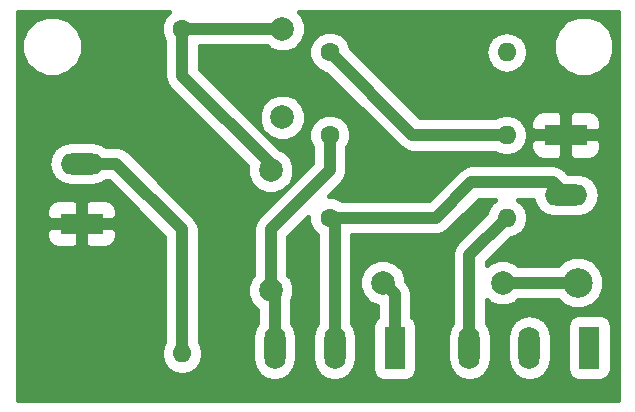
<source format=gbr>
G04 #@! TF.FileFunction,Copper,L2,Bot,Signal*
%FSLAX46Y46*%
G04 Gerber Fmt 4.6, Leading zero omitted, Abs format (unit mm)*
G04 Created by KiCad (PCBNEW 4.0.6) date Friday, 28 July 2017 'PMt' 19:56:44*
%MOMM*%
%LPD*%
G01*
G04 APERTURE LIST*
%ADD10C,0.100000*%
%ADD11C,1.998980*%
%ADD12R,3.600000X1.800000*%
%ADD13O,3.600000X1.800000*%
%ADD14R,1.800000X3.600000*%
%ADD15O,1.800000X3.600000*%
%ADD16C,2.499360*%
%ADD17C,2.000000*%
%ADD18C,1.600000*%
%ADD19O,1.600000X1.600000*%
%ADD20C,1.000000*%
%ADD21C,0.400000*%
G04 APERTURE END LIST*
D10*
D11*
X182500000Y-111500000D03*
X182500000Y-121660000D03*
D12*
X166500000Y-116000000D03*
D13*
X166500000Y-110920000D03*
D12*
X207500000Y-108500000D03*
D13*
X207500000Y-113580000D03*
D11*
X192000000Y-121000000D03*
X202160000Y-121000000D03*
D14*
X193000000Y-126500000D03*
D15*
X187920000Y-126500000D03*
X182840000Y-126500000D03*
D14*
X209500000Y-126500000D03*
D15*
X204420000Y-126500000D03*
X199340000Y-126500000D03*
D16*
X208500000Y-121000000D03*
D17*
X183500000Y-99500000D03*
X183500000Y-107000000D03*
D18*
X175000000Y-99500000D03*
D19*
X175000000Y-127000000D03*
D18*
X187500000Y-108500000D03*
D19*
X202500000Y-108500000D03*
D18*
X187500000Y-101500000D03*
D19*
X202500000Y-101500000D03*
D18*
X187500000Y-115500000D03*
D19*
X202500000Y-115500000D03*
D20*
X175000000Y-99500000D02*
X183500000Y-99500000D01*
X182500000Y-111500000D02*
X182500000Y-111000000D01*
X182500000Y-111000000D02*
X175000000Y-103500000D01*
X175000000Y-103500000D02*
X175000000Y-99500000D01*
X193000000Y-126500000D02*
X193000000Y-122000000D01*
X193000000Y-122000000D02*
X192000000Y-121000000D01*
X182840000Y-126500000D02*
X182840000Y-122000000D01*
X182840000Y-122000000D02*
X182500000Y-121660000D01*
X182500000Y-121660000D02*
X182500000Y-116500000D01*
X187500000Y-111500000D02*
X187500000Y-108500000D01*
X182500000Y-116500000D02*
X187500000Y-111500000D01*
X202500000Y-108500000D02*
X194500000Y-108500000D01*
X194500000Y-108500000D02*
X187500000Y-101500000D01*
X202160000Y-121000000D02*
X208500000Y-121000000D01*
X187920000Y-126500000D02*
X187920000Y-115920000D01*
X187920000Y-115920000D02*
X187500000Y-115500000D01*
X187500000Y-115500000D02*
X196500000Y-115500000D01*
X206420000Y-112500000D02*
X207500000Y-113580000D01*
X199500000Y-112500000D02*
X206420000Y-112500000D01*
X196500000Y-115500000D02*
X199500000Y-112500000D01*
X187420000Y-115580000D02*
X187500000Y-115500000D01*
X199340000Y-126500000D02*
X199340000Y-118660000D01*
X199340000Y-118660000D02*
X202500000Y-115500000D01*
X175000000Y-127000000D02*
X175000000Y-116500000D01*
X169420000Y-110920000D02*
X166500000Y-110920000D01*
X175000000Y-116500000D02*
X169420000Y-110920000D01*
D21*
G36*
X173474924Y-98479051D02*
X173200313Y-99140387D01*
X173199688Y-99856471D01*
X173473145Y-100518286D01*
X173500000Y-100545188D01*
X173500000Y-103500000D01*
X173614181Y-104074025D01*
X173939340Y-104560660D01*
X180500839Y-111122159D01*
X180500164Y-111895978D01*
X180803927Y-112631140D01*
X181365901Y-113194096D01*
X182100532Y-113499142D01*
X182895978Y-113499836D01*
X183631140Y-113196073D01*
X184194096Y-112634099D01*
X184499142Y-111899468D01*
X184499836Y-111104022D01*
X184196073Y-110368860D01*
X183634099Y-109805904D01*
X183280323Y-109659003D01*
X181017399Y-107396079D01*
X181499654Y-107396079D01*
X181803494Y-108131429D01*
X182365612Y-108694529D01*
X183100430Y-108999652D01*
X183896079Y-109000346D01*
X184631429Y-108696506D01*
X185194529Y-108134388D01*
X185499652Y-107399570D01*
X185500346Y-106603921D01*
X185196506Y-105868571D01*
X184634388Y-105305471D01*
X183899570Y-105000348D01*
X183103921Y-104999654D01*
X182368571Y-105303494D01*
X181805471Y-105865612D01*
X181500348Y-106600430D01*
X181499654Y-107396079D01*
X181017399Y-107396079D01*
X176500000Y-102878680D01*
X176500000Y-101856471D01*
X185699688Y-101856471D01*
X185973145Y-102518286D01*
X186479051Y-103025076D01*
X187140387Y-103299687D01*
X187178400Y-103299720D01*
X193439340Y-109560660D01*
X193925975Y-109885819D01*
X194500000Y-110000000D01*
X201531985Y-110000000D01*
X201775906Y-110162983D01*
X202464736Y-110300000D01*
X202535264Y-110300000D01*
X203224094Y-110162983D01*
X203808056Y-109772792D01*
X204198247Y-109188830D01*
X204215916Y-109100000D01*
X204500000Y-109100000D01*
X204500000Y-109638695D01*
X204682689Y-110079746D01*
X205020255Y-110417311D01*
X205461305Y-110600000D01*
X206900000Y-110600000D01*
X207200000Y-110300000D01*
X207200000Y-108800000D01*
X207800000Y-108800000D01*
X207800000Y-110300000D01*
X208100000Y-110600000D01*
X209538695Y-110600000D01*
X209979745Y-110417311D01*
X210317311Y-110079746D01*
X210500000Y-109638695D01*
X210500000Y-109100000D01*
X210200000Y-108800000D01*
X207800000Y-108800000D01*
X207200000Y-108800000D01*
X204800000Y-108800000D01*
X204500000Y-109100000D01*
X204215916Y-109100000D01*
X204335264Y-108500000D01*
X204198247Y-107811170D01*
X203897657Y-107361305D01*
X204500000Y-107361305D01*
X204500000Y-107900000D01*
X204800000Y-108200000D01*
X207200000Y-108200000D01*
X207200000Y-106700000D01*
X207800000Y-106700000D01*
X207800000Y-108200000D01*
X210200000Y-108200000D01*
X210500000Y-107900000D01*
X210500000Y-107361305D01*
X210317311Y-106920254D01*
X209979745Y-106582689D01*
X209538695Y-106400000D01*
X208100000Y-106400000D01*
X207800000Y-106700000D01*
X207200000Y-106700000D01*
X206900000Y-106400000D01*
X205461305Y-106400000D01*
X205020255Y-106582689D01*
X204682689Y-106920254D01*
X204500000Y-107361305D01*
X203897657Y-107361305D01*
X203808056Y-107227208D01*
X203224094Y-106837017D01*
X202535264Y-106700000D01*
X202464736Y-106700000D01*
X201775906Y-106837017D01*
X201531985Y-107000000D01*
X195121320Y-107000000D01*
X189621320Y-101500000D01*
X200664736Y-101500000D01*
X200801753Y-102188830D01*
X201191944Y-102772792D01*
X201775906Y-103162983D01*
X202464736Y-103300000D01*
X202535264Y-103300000D01*
X203224094Y-103162983D01*
X203808056Y-102772792D01*
X204198247Y-102188830D01*
X204332299Y-101514903D01*
X206399550Y-101514903D01*
X206794542Y-102470858D01*
X207525295Y-103202887D01*
X208480559Y-103599548D01*
X209514903Y-103600450D01*
X210470858Y-103205458D01*
X211202887Y-102474705D01*
X211599548Y-101519441D01*
X211600450Y-100485097D01*
X211205458Y-99529142D01*
X210474705Y-98797113D01*
X209519441Y-98400452D01*
X208485097Y-98399550D01*
X207529142Y-98794542D01*
X206797113Y-99525295D01*
X206400452Y-100480559D01*
X206399550Y-101514903D01*
X204332299Y-101514903D01*
X204335264Y-101500000D01*
X204198247Y-100811170D01*
X203808056Y-100227208D01*
X203224094Y-99837017D01*
X202535264Y-99700000D01*
X202464736Y-99700000D01*
X201775906Y-99837017D01*
X201191944Y-100227208D01*
X200801753Y-100811170D01*
X200664736Y-101500000D01*
X189621320Y-101500000D01*
X189300281Y-101178961D01*
X189300312Y-101143529D01*
X189026855Y-100481714D01*
X188520949Y-99974924D01*
X187859613Y-99700313D01*
X187143529Y-99699688D01*
X186481714Y-99973145D01*
X185974924Y-100479051D01*
X185700313Y-101140387D01*
X185699688Y-101856471D01*
X176500000Y-101856471D01*
X176500000Y-101000000D01*
X182171422Y-101000000D01*
X182365612Y-101194529D01*
X183100430Y-101499652D01*
X183896079Y-101500346D01*
X184631429Y-101196506D01*
X185194529Y-100634388D01*
X185499652Y-99899570D01*
X185500346Y-99103921D01*
X185196506Y-98368571D01*
X184903447Y-98075000D01*
X211925000Y-98075000D01*
X211925000Y-130925000D01*
X161075000Y-130925000D01*
X161075000Y-116600000D01*
X163500000Y-116600000D01*
X163500000Y-117138695D01*
X163682689Y-117579746D01*
X164020255Y-117917311D01*
X164461305Y-118100000D01*
X165900000Y-118100000D01*
X166200000Y-117800000D01*
X166200000Y-116300000D01*
X166800000Y-116300000D01*
X166800000Y-117800000D01*
X167100000Y-118100000D01*
X168538695Y-118100000D01*
X168979745Y-117917311D01*
X169317311Y-117579746D01*
X169500000Y-117138695D01*
X169500000Y-116600000D01*
X169200000Y-116300000D01*
X166800000Y-116300000D01*
X166200000Y-116300000D01*
X163800000Y-116300000D01*
X163500000Y-116600000D01*
X161075000Y-116600000D01*
X161075000Y-114861305D01*
X163500000Y-114861305D01*
X163500000Y-115400000D01*
X163800000Y-115700000D01*
X166200000Y-115700000D01*
X166200000Y-114200000D01*
X166800000Y-114200000D01*
X166800000Y-115700000D01*
X169200000Y-115700000D01*
X169500000Y-115400000D01*
X169500000Y-114861305D01*
X169317311Y-114420254D01*
X168979745Y-114082689D01*
X168538695Y-113900000D01*
X167100000Y-113900000D01*
X166800000Y-114200000D01*
X166200000Y-114200000D01*
X165900000Y-113900000D01*
X164461305Y-113900000D01*
X164020255Y-114082689D01*
X163682689Y-114420254D01*
X163500000Y-114861305D01*
X161075000Y-114861305D01*
X161075000Y-110920000D01*
X163645145Y-110920000D01*
X163789774Y-111647099D01*
X164201642Y-112263503D01*
X164818046Y-112675371D01*
X165545145Y-112820000D01*
X167454855Y-112820000D01*
X168181954Y-112675371D01*
X168564144Y-112420000D01*
X168798680Y-112420000D01*
X173500000Y-117121320D01*
X173500000Y-126031985D01*
X173337017Y-126275906D01*
X173200000Y-126964736D01*
X173200000Y-127035264D01*
X173337017Y-127724094D01*
X173727208Y-128308056D01*
X174311170Y-128698247D01*
X175000000Y-128835264D01*
X175688830Y-128698247D01*
X176272792Y-128308056D01*
X176662983Y-127724094D01*
X176800000Y-127035264D01*
X176800000Y-126964736D01*
X176662983Y-126275906D01*
X176500000Y-126031985D01*
X176500000Y-122055978D01*
X180500164Y-122055978D01*
X180803927Y-122791140D01*
X181340000Y-123328150D01*
X181340000Y-124435856D01*
X181084629Y-124818046D01*
X180940000Y-125545145D01*
X180940000Y-127454855D01*
X181084629Y-128181954D01*
X181496497Y-128798358D01*
X182112901Y-129210226D01*
X182840000Y-129354855D01*
X183567099Y-129210226D01*
X184183503Y-128798358D01*
X184595371Y-128181954D01*
X184740000Y-127454855D01*
X184740000Y-125545145D01*
X184595371Y-124818046D01*
X184340000Y-124435856D01*
X184340000Y-122442724D01*
X184499142Y-122059468D01*
X184499836Y-121264022D01*
X184196073Y-120528860D01*
X184000000Y-120332444D01*
X184000000Y-117121320D01*
X185700068Y-115421252D01*
X185699688Y-115856471D01*
X185973145Y-116518286D01*
X186420000Y-116965922D01*
X186420000Y-124435856D01*
X186164629Y-124818046D01*
X186020000Y-125545145D01*
X186020000Y-127454855D01*
X186164629Y-128181954D01*
X186576497Y-128798358D01*
X187192901Y-129210226D01*
X187920000Y-129354855D01*
X188647099Y-129210226D01*
X189263503Y-128798358D01*
X189675371Y-128181954D01*
X189820000Y-127454855D01*
X189820000Y-125545145D01*
X189675371Y-124818046D01*
X189420000Y-124435856D01*
X189420000Y-121395978D01*
X190000164Y-121395978D01*
X190303927Y-122131140D01*
X190865901Y-122694096D01*
X191500000Y-122957397D01*
X191500000Y-123897767D01*
X191389069Y-123969149D01*
X191160738Y-124303322D01*
X191080409Y-124700000D01*
X191080409Y-128300000D01*
X191150138Y-128670578D01*
X191369149Y-129010931D01*
X191703322Y-129239262D01*
X192100000Y-129319591D01*
X193900000Y-129319591D01*
X194270578Y-129249862D01*
X194610931Y-129030851D01*
X194839262Y-128696678D01*
X194919591Y-128300000D01*
X194919591Y-124700000D01*
X194849862Y-124329422D01*
X194630851Y-123989069D01*
X194500000Y-123899662D01*
X194500000Y-122000000D01*
X194385819Y-121425975D01*
X194060660Y-120939340D01*
X193999597Y-120878277D01*
X193999836Y-120604022D01*
X193696073Y-119868860D01*
X193134099Y-119305904D01*
X192399468Y-119000858D01*
X191604022Y-119000164D01*
X190868860Y-119303927D01*
X190305904Y-119865901D01*
X190000858Y-120600532D01*
X190000164Y-121395978D01*
X189420000Y-121395978D01*
X189420000Y-117000000D01*
X196500000Y-117000000D01*
X197074025Y-116885819D01*
X197560660Y-116560660D01*
X200121320Y-114000000D01*
X201531985Y-114000000D01*
X201191944Y-114227208D01*
X200801753Y-114811170D01*
X200735765Y-115142915D01*
X198279340Y-117599340D01*
X197954181Y-118085975D01*
X197840000Y-118660000D01*
X197840000Y-124435856D01*
X197584629Y-124818046D01*
X197440000Y-125545145D01*
X197440000Y-127454855D01*
X197584629Y-128181954D01*
X197996497Y-128798358D01*
X198612901Y-129210226D01*
X199340000Y-129354855D01*
X200067099Y-129210226D01*
X200683503Y-128798358D01*
X201095371Y-128181954D01*
X201240000Y-127454855D01*
X201240000Y-125545145D01*
X202520000Y-125545145D01*
X202520000Y-127454855D01*
X202664629Y-128181954D01*
X203076497Y-128798358D01*
X203692901Y-129210226D01*
X204420000Y-129354855D01*
X205147099Y-129210226D01*
X205763503Y-128798358D01*
X206175371Y-128181954D01*
X206320000Y-127454855D01*
X206320000Y-125545145D01*
X206175371Y-124818046D01*
X206096496Y-124700000D01*
X207580409Y-124700000D01*
X207580409Y-128300000D01*
X207650138Y-128670578D01*
X207869149Y-129010931D01*
X208203322Y-129239262D01*
X208600000Y-129319591D01*
X210400000Y-129319591D01*
X210770578Y-129249862D01*
X211110931Y-129030851D01*
X211339262Y-128696678D01*
X211419591Y-128300000D01*
X211419591Y-124700000D01*
X211349862Y-124329422D01*
X211130851Y-123989069D01*
X210796678Y-123760738D01*
X210400000Y-123680409D01*
X208600000Y-123680409D01*
X208229422Y-123750138D01*
X207889069Y-123969149D01*
X207660738Y-124303322D01*
X207580409Y-124700000D01*
X206096496Y-124700000D01*
X205763503Y-124201642D01*
X205147099Y-123789774D01*
X204420000Y-123645145D01*
X203692901Y-123789774D01*
X203076497Y-124201642D01*
X202664629Y-124818046D01*
X202520000Y-125545145D01*
X201240000Y-125545145D01*
X201095371Y-124818046D01*
X200840000Y-124435856D01*
X200840000Y-122507870D01*
X201025901Y-122694096D01*
X201760532Y-122999142D01*
X202555978Y-122999836D01*
X203291140Y-122696073D01*
X203487556Y-122500000D01*
X206818629Y-122500000D01*
X207223995Y-122906074D01*
X208050548Y-123249289D01*
X208945526Y-123250070D01*
X209772677Y-122908298D01*
X210406074Y-122276005D01*
X210749289Y-121449452D01*
X210750070Y-120554474D01*
X210408298Y-119727323D01*
X209776005Y-119093926D01*
X208949452Y-118750711D01*
X208054474Y-118749930D01*
X207227323Y-119091702D01*
X206818312Y-119500000D01*
X203487856Y-119500000D01*
X203294099Y-119305904D01*
X202559468Y-119000858D01*
X201764022Y-119000164D01*
X201028860Y-119303927D01*
X200840000Y-119492458D01*
X200840000Y-119281320D01*
X202892349Y-117228971D01*
X203224094Y-117162983D01*
X203808056Y-116772792D01*
X204198247Y-116188830D01*
X204335264Y-115500000D01*
X204198247Y-114811170D01*
X203808056Y-114227208D01*
X203468015Y-114000000D01*
X204728688Y-114000000D01*
X204789774Y-114307099D01*
X205201642Y-114923503D01*
X205818046Y-115335371D01*
X206545145Y-115480000D01*
X208454855Y-115480000D01*
X209181954Y-115335371D01*
X209798358Y-114923503D01*
X210210226Y-114307099D01*
X210354855Y-113580000D01*
X210210226Y-112852901D01*
X209798358Y-112236497D01*
X209181954Y-111824629D01*
X208454855Y-111680000D01*
X207721320Y-111680000D01*
X207480660Y-111439340D01*
X206994025Y-111114181D01*
X206420000Y-111000000D01*
X199500000Y-111000000D01*
X198925975Y-111114181D01*
X198439340Y-111439340D01*
X195878680Y-114000000D01*
X188545981Y-114000000D01*
X188520949Y-113974924D01*
X187859613Y-113700313D01*
X187421389Y-113699931D01*
X188560660Y-112560660D01*
X188885819Y-112074025D01*
X189000000Y-111500000D01*
X189000000Y-109545981D01*
X189025076Y-109520949D01*
X189299687Y-108859613D01*
X189300312Y-108143529D01*
X189026855Y-107481714D01*
X188520949Y-106974924D01*
X187859613Y-106700313D01*
X187143529Y-106699688D01*
X186481714Y-106973145D01*
X185974924Y-107479051D01*
X185700313Y-108140387D01*
X185699688Y-108856471D01*
X185973145Y-109518286D01*
X186000000Y-109545188D01*
X186000000Y-110878680D01*
X181439340Y-115439340D01*
X181114181Y-115925975D01*
X181000000Y-116500000D01*
X181000000Y-120332144D01*
X180805904Y-120525901D01*
X180500858Y-121260532D01*
X180500164Y-122055978D01*
X176500000Y-122055978D01*
X176500000Y-116500000D01*
X176385819Y-115925975D01*
X176060660Y-115439340D01*
X170480660Y-109859340D01*
X169994025Y-109534181D01*
X169420000Y-109420000D01*
X168564144Y-109420000D01*
X168181954Y-109164629D01*
X167454855Y-109020000D01*
X165545145Y-109020000D01*
X164818046Y-109164629D01*
X164201642Y-109576497D01*
X163789774Y-110192901D01*
X163645145Y-110920000D01*
X161075000Y-110920000D01*
X161075000Y-101514903D01*
X161399550Y-101514903D01*
X161794542Y-102470858D01*
X162525295Y-103202887D01*
X163480559Y-103599548D01*
X164514903Y-103600450D01*
X165470858Y-103205458D01*
X166202887Y-102474705D01*
X166599548Y-101519441D01*
X166600450Y-100485097D01*
X166205458Y-99529142D01*
X165474705Y-98797113D01*
X164519441Y-98400452D01*
X163485097Y-98399550D01*
X162529142Y-98794542D01*
X161797113Y-99525295D01*
X161400452Y-100480559D01*
X161399550Y-101514903D01*
X161075000Y-101514903D01*
X161075000Y-98075000D01*
X173879681Y-98075000D01*
X173474924Y-98479051D01*
X173474924Y-98479051D01*
G37*
X173474924Y-98479051D02*
X173200313Y-99140387D01*
X173199688Y-99856471D01*
X173473145Y-100518286D01*
X173500000Y-100545188D01*
X173500000Y-103500000D01*
X173614181Y-104074025D01*
X173939340Y-104560660D01*
X180500839Y-111122159D01*
X180500164Y-111895978D01*
X180803927Y-112631140D01*
X181365901Y-113194096D01*
X182100532Y-113499142D01*
X182895978Y-113499836D01*
X183631140Y-113196073D01*
X184194096Y-112634099D01*
X184499142Y-111899468D01*
X184499836Y-111104022D01*
X184196073Y-110368860D01*
X183634099Y-109805904D01*
X183280323Y-109659003D01*
X181017399Y-107396079D01*
X181499654Y-107396079D01*
X181803494Y-108131429D01*
X182365612Y-108694529D01*
X183100430Y-108999652D01*
X183896079Y-109000346D01*
X184631429Y-108696506D01*
X185194529Y-108134388D01*
X185499652Y-107399570D01*
X185500346Y-106603921D01*
X185196506Y-105868571D01*
X184634388Y-105305471D01*
X183899570Y-105000348D01*
X183103921Y-104999654D01*
X182368571Y-105303494D01*
X181805471Y-105865612D01*
X181500348Y-106600430D01*
X181499654Y-107396079D01*
X181017399Y-107396079D01*
X176500000Y-102878680D01*
X176500000Y-101856471D01*
X185699688Y-101856471D01*
X185973145Y-102518286D01*
X186479051Y-103025076D01*
X187140387Y-103299687D01*
X187178400Y-103299720D01*
X193439340Y-109560660D01*
X193925975Y-109885819D01*
X194500000Y-110000000D01*
X201531985Y-110000000D01*
X201775906Y-110162983D01*
X202464736Y-110300000D01*
X202535264Y-110300000D01*
X203224094Y-110162983D01*
X203808056Y-109772792D01*
X204198247Y-109188830D01*
X204215916Y-109100000D01*
X204500000Y-109100000D01*
X204500000Y-109638695D01*
X204682689Y-110079746D01*
X205020255Y-110417311D01*
X205461305Y-110600000D01*
X206900000Y-110600000D01*
X207200000Y-110300000D01*
X207200000Y-108800000D01*
X207800000Y-108800000D01*
X207800000Y-110300000D01*
X208100000Y-110600000D01*
X209538695Y-110600000D01*
X209979745Y-110417311D01*
X210317311Y-110079746D01*
X210500000Y-109638695D01*
X210500000Y-109100000D01*
X210200000Y-108800000D01*
X207800000Y-108800000D01*
X207200000Y-108800000D01*
X204800000Y-108800000D01*
X204500000Y-109100000D01*
X204215916Y-109100000D01*
X204335264Y-108500000D01*
X204198247Y-107811170D01*
X203897657Y-107361305D01*
X204500000Y-107361305D01*
X204500000Y-107900000D01*
X204800000Y-108200000D01*
X207200000Y-108200000D01*
X207200000Y-106700000D01*
X207800000Y-106700000D01*
X207800000Y-108200000D01*
X210200000Y-108200000D01*
X210500000Y-107900000D01*
X210500000Y-107361305D01*
X210317311Y-106920254D01*
X209979745Y-106582689D01*
X209538695Y-106400000D01*
X208100000Y-106400000D01*
X207800000Y-106700000D01*
X207200000Y-106700000D01*
X206900000Y-106400000D01*
X205461305Y-106400000D01*
X205020255Y-106582689D01*
X204682689Y-106920254D01*
X204500000Y-107361305D01*
X203897657Y-107361305D01*
X203808056Y-107227208D01*
X203224094Y-106837017D01*
X202535264Y-106700000D01*
X202464736Y-106700000D01*
X201775906Y-106837017D01*
X201531985Y-107000000D01*
X195121320Y-107000000D01*
X189621320Y-101500000D01*
X200664736Y-101500000D01*
X200801753Y-102188830D01*
X201191944Y-102772792D01*
X201775906Y-103162983D01*
X202464736Y-103300000D01*
X202535264Y-103300000D01*
X203224094Y-103162983D01*
X203808056Y-102772792D01*
X204198247Y-102188830D01*
X204332299Y-101514903D01*
X206399550Y-101514903D01*
X206794542Y-102470858D01*
X207525295Y-103202887D01*
X208480559Y-103599548D01*
X209514903Y-103600450D01*
X210470858Y-103205458D01*
X211202887Y-102474705D01*
X211599548Y-101519441D01*
X211600450Y-100485097D01*
X211205458Y-99529142D01*
X210474705Y-98797113D01*
X209519441Y-98400452D01*
X208485097Y-98399550D01*
X207529142Y-98794542D01*
X206797113Y-99525295D01*
X206400452Y-100480559D01*
X206399550Y-101514903D01*
X204332299Y-101514903D01*
X204335264Y-101500000D01*
X204198247Y-100811170D01*
X203808056Y-100227208D01*
X203224094Y-99837017D01*
X202535264Y-99700000D01*
X202464736Y-99700000D01*
X201775906Y-99837017D01*
X201191944Y-100227208D01*
X200801753Y-100811170D01*
X200664736Y-101500000D01*
X189621320Y-101500000D01*
X189300281Y-101178961D01*
X189300312Y-101143529D01*
X189026855Y-100481714D01*
X188520949Y-99974924D01*
X187859613Y-99700313D01*
X187143529Y-99699688D01*
X186481714Y-99973145D01*
X185974924Y-100479051D01*
X185700313Y-101140387D01*
X185699688Y-101856471D01*
X176500000Y-101856471D01*
X176500000Y-101000000D01*
X182171422Y-101000000D01*
X182365612Y-101194529D01*
X183100430Y-101499652D01*
X183896079Y-101500346D01*
X184631429Y-101196506D01*
X185194529Y-100634388D01*
X185499652Y-99899570D01*
X185500346Y-99103921D01*
X185196506Y-98368571D01*
X184903447Y-98075000D01*
X211925000Y-98075000D01*
X211925000Y-130925000D01*
X161075000Y-130925000D01*
X161075000Y-116600000D01*
X163500000Y-116600000D01*
X163500000Y-117138695D01*
X163682689Y-117579746D01*
X164020255Y-117917311D01*
X164461305Y-118100000D01*
X165900000Y-118100000D01*
X166200000Y-117800000D01*
X166200000Y-116300000D01*
X166800000Y-116300000D01*
X166800000Y-117800000D01*
X167100000Y-118100000D01*
X168538695Y-118100000D01*
X168979745Y-117917311D01*
X169317311Y-117579746D01*
X169500000Y-117138695D01*
X169500000Y-116600000D01*
X169200000Y-116300000D01*
X166800000Y-116300000D01*
X166200000Y-116300000D01*
X163800000Y-116300000D01*
X163500000Y-116600000D01*
X161075000Y-116600000D01*
X161075000Y-114861305D01*
X163500000Y-114861305D01*
X163500000Y-115400000D01*
X163800000Y-115700000D01*
X166200000Y-115700000D01*
X166200000Y-114200000D01*
X166800000Y-114200000D01*
X166800000Y-115700000D01*
X169200000Y-115700000D01*
X169500000Y-115400000D01*
X169500000Y-114861305D01*
X169317311Y-114420254D01*
X168979745Y-114082689D01*
X168538695Y-113900000D01*
X167100000Y-113900000D01*
X166800000Y-114200000D01*
X166200000Y-114200000D01*
X165900000Y-113900000D01*
X164461305Y-113900000D01*
X164020255Y-114082689D01*
X163682689Y-114420254D01*
X163500000Y-114861305D01*
X161075000Y-114861305D01*
X161075000Y-110920000D01*
X163645145Y-110920000D01*
X163789774Y-111647099D01*
X164201642Y-112263503D01*
X164818046Y-112675371D01*
X165545145Y-112820000D01*
X167454855Y-112820000D01*
X168181954Y-112675371D01*
X168564144Y-112420000D01*
X168798680Y-112420000D01*
X173500000Y-117121320D01*
X173500000Y-126031985D01*
X173337017Y-126275906D01*
X173200000Y-126964736D01*
X173200000Y-127035264D01*
X173337017Y-127724094D01*
X173727208Y-128308056D01*
X174311170Y-128698247D01*
X175000000Y-128835264D01*
X175688830Y-128698247D01*
X176272792Y-128308056D01*
X176662983Y-127724094D01*
X176800000Y-127035264D01*
X176800000Y-126964736D01*
X176662983Y-126275906D01*
X176500000Y-126031985D01*
X176500000Y-122055978D01*
X180500164Y-122055978D01*
X180803927Y-122791140D01*
X181340000Y-123328150D01*
X181340000Y-124435856D01*
X181084629Y-124818046D01*
X180940000Y-125545145D01*
X180940000Y-127454855D01*
X181084629Y-128181954D01*
X181496497Y-128798358D01*
X182112901Y-129210226D01*
X182840000Y-129354855D01*
X183567099Y-129210226D01*
X184183503Y-128798358D01*
X184595371Y-128181954D01*
X184740000Y-127454855D01*
X184740000Y-125545145D01*
X184595371Y-124818046D01*
X184340000Y-124435856D01*
X184340000Y-122442724D01*
X184499142Y-122059468D01*
X184499836Y-121264022D01*
X184196073Y-120528860D01*
X184000000Y-120332444D01*
X184000000Y-117121320D01*
X185700068Y-115421252D01*
X185699688Y-115856471D01*
X185973145Y-116518286D01*
X186420000Y-116965922D01*
X186420000Y-124435856D01*
X186164629Y-124818046D01*
X186020000Y-125545145D01*
X186020000Y-127454855D01*
X186164629Y-128181954D01*
X186576497Y-128798358D01*
X187192901Y-129210226D01*
X187920000Y-129354855D01*
X188647099Y-129210226D01*
X189263503Y-128798358D01*
X189675371Y-128181954D01*
X189820000Y-127454855D01*
X189820000Y-125545145D01*
X189675371Y-124818046D01*
X189420000Y-124435856D01*
X189420000Y-121395978D01*
X190000164Y-121395978D01*
X190303927Y-122131140D01*
X190865901Y-122694096D01*
X191500000Y-122957397D01*
X191500000Y-123897767D01*
X191389069Y-123969149D01*
X191160738Y-124303322D01*
X191080409Y-124700000D01*
X191080409Y-128300000D01*
X191150138Y-128670578D01*
X191369149Y-129010931D01*
X191703322Y-129239262D01*
X192100000Y-129319591D01*
X193900000Y-129319591D01*
X194270578Y-129249862D01*
X194610931Y-129030851D01*
X194839262Y-128696678D01*
X194919591Y-128300000D01*
X194919591Y-124700000D01*
X194849862Y-124329422D01*
X194630851Y-123989069D01*
X194500000Y-123899662D01*
X194500000Y-122000000D01*
X194385819Y-121425975D01*
X194060660Y-120939340D01*
X193999597Y-120878277D01*
X193999836Y-120604022D01*
X193696073Y-119868860D01*
X193134099Y-119305904D01*
X192399468Y-119000858D01*
X191604022Y-119000164D01*
X190868860Y-119303927D01*
X190305904Y-119865901D01*
X190000858Y-120600532D01*
X190000164Y-121395978D01*
X189420000Y-121395978D01*
X189420000Y-117000000D01*
X196500000Y-117000000D01*
X197074025Y-116885819D01*
X197560660Y-116560660D01*
X200121320Y-114000000D01*
X201531985Y-114000000D01*
X201191944Y-114227208D01*
X200801753Y-114811170D01*
X200735765Y-115142915D01*
X198279340Y-117599340D01*
X197954181Y-118085975D01*
X197840000Y-118660000D01*
X197840000Y-124435856D01*
X197584629Y-124818046D01*
X197440000Y-125545145D01*
X197440000Y-127454855D01*
X197584629Y-128181954D01*
X197996497Y-128798358D01*
X198612901Y-129210226D01*
X199340000Y-129354855D01*
X200067099Y-129210226D01*
X200683503Y-128798358D01*
X201095371Y-128181954D01*
X201240000Y-127454855D01*
X201240000Y-125545145D01*
X202520000Y-125545145D01*
X202520000Y-127454855D01*
X202664629Y-128181954D01*
X203076497Y-128798358D01*
X203692901Y-129210226D01*
X204420000Y-129354855D01*
X205147099Y-129210226D01*
X205763503Y-128798358D01*
X206175371Y-128181954D01*
X206320000Y-127454855D01*
X206320000Y-125545145D01*
X206175371Y-124818046D01*
X206096496Y-124700000D01*
X207580409Y-124700000D01*
X207580409Y-128300000D01*
X207650138Y-128670578D01*
X207869149Y-129010931D01*
X208203322Y-129239262D01*
X208600000Y-129319591D01*
X210400000Y-129319591D01*
X210770578Y-129249862D01*
X211110931Y-129030851D01*
X211339262Y-128696678D01*
X211419591Y-128300000D01*
X211419591Y-124700000D01*
X211349862Y-124329422D01*
X211130851Y-123989069D01*
X210796678Y-123760738D01*
X210400000Y-123680409D01*
X208600000Y-123680409D01*
X208229422Y-123750138D01*
X207889069Y-123969149D01*
X207660738Y-124303322D01*
X207580409Y-124700000D01*
X206096496Y-124700000D01*
X205763503Y-124201642D01*
X205147099Y-123789774D01*
X204420000Y-123645145D01*
X203692901Y-123789774D01*
X203076497Y-124201642D01*
X202664629Y-124818046D01*
X202520000Y-125545145D01*
X201240000Y-125545145D01*
X201095371Y-124818046D01*
X200840000Y-124435856D01*
X200840000Y-122507870D01*
X201025901Y-122694096D01*
X201760532Y-122999142D01*
X202555978Y-122999836D01*
X203291140Y-122696073D01*
X203487556Y-122500000D01*
X206818629Y-122500000D01*
X207223995Y-122906074D01*
X208050548Y-123249289D01*
X208945526Y-123250070D01*
X209772677Y-122908298D01*
X210406074Y-122276005D01*
X210749289Y-121449452D01*
X210750070Y-120554474D01*
X210408298Y-119727323D01*
X209776005Y-119093926D01*
X208949452Y-118750711D01*
X208054474Y-118749930D01*
X207227323Y-119091702D01*
X206818312Y-119500000D01*
X203487856Y-119500000D01*
X203294099Y-119305904D01*
X202559468Y-119000858D01*
X201764022Y-119000164D01*
X201028860Y-119303927D01*
X200840000Y-119492458D01*
X200840000Y-119281320D01*
X202892349Y-117228971D01*
X203224094Y-117162983D01*
X203808056Y-116772792D01*
X204198247Y-116188830D01*
X204335264Y-115500000D01*
X204198247Y-114811170D01*
X203808056Y-114227208D01*
X203468015Y-114000000D01*
X204728688Y-114000000D01*
X204789774Y-114307099D01*
X205201642Y-114923503D01*
X205818046Y-115335371D01*
X206545145Y-115480000D01*
X208454855Y-115480000D01*
X209181954Y-115335371D01*
X209798358Y-114923503D01*
X210210226Y-114307099D01*
X210354855Y-113580000D01*
X210210226Y-112852901D01*
X209798358Y-112236497D01*
X209181954Y-111824629D01*
X208454855Y-111680000D01*
X207721320Y-111680000D01*
X207480660Y-111439340D01*
X206994025Y-111114181D01*
X206420000Y-111000000D01*
X199500000Y-111000000D01*
X198925975Y-111114181D01*
X198439340Y-111439340D01*
X195878680Y-114000000D01*
X188545981Y-114000000D01*
X188520949Y-113974924D01*
X187859613Y-113700313D01*
X187421389Y-113699931D01*
X188560660Y-112560660D01*
X188885819Y-112074025D01*
X189000000Y-111500000D01*
X189000000Y-109545981D01*
X189025076Y-109520949D01*
X189299687Y-108859613D01*
X189300312Y-108143529D01*
X189026855Y-107481714D01*
X188520949Y-106974924D01*
X187859613Y-106700313D01*
X187143529Y-106699688D01*
X186481714Y-106973145D01*
X185974924Y-107479051D01*
X185700313Y-108140387D01*
X185699688Y-108856471D01*
X185973145Y-109518286D01*
X186000000Y-109545188D01*
X186000000Y-110878680D01*
X181439340Y-115439340D01*
X181114181Y-115925975D01*
X181000000Y-116500000D01*
X181000000Y-120332144D01*
X180805904Y-120525901D01*
X180500858Y-121260532D01*
X180500164Y-122055978D01*
X176500000Y-122055978D01*
X176500000Y-116500000D01*
X176385819Y-115925975D01*
X176060660Y-115439340D01*
X170480660Y-109859340D01*
X169994025Y-109534181D01*
X169420000Y-109420000D01*
X168564144Y-109420000D01*
X168181954Y-109164629D01*
X167454855Y-109020000D01*
X165545145Y-109020000D01*
X164818046Y-109164629D01*
X164201642Y-109576497D01*
X163789774Y-110192901D01*
X163645145Y-110920000D01*
X161075000Y-110920000D01*
X161075000Y-101514903D01*
X161399550Y-101514903D01*
X161794542Y-102470858D01*
X162525295Y-103202887D01*
X163480559Y-103599548D01*
X164514903Y-103600450D01*
X165470858Y-103205458D01*
X166202887Y-102474705D01*
X166599548Y-101519441D01*
X166600450Y-100485097D01*
X166205458Y-99529142D01*
X165474705Y-98797113D01*
X164519441Y-98400452D01*
X163485097Y-98399550D01*
X162529142Y-98794542D01*
X161797113Y-99525295D01*
X161400452Y-100480559D01*
X161399550Y-101514903D01*
X161075000Y-101514903D01*
X161075000Y-98075000D01*
X173879681Y-98075000D01*
X173474924Y-98479051D01*
M02*

</source>
